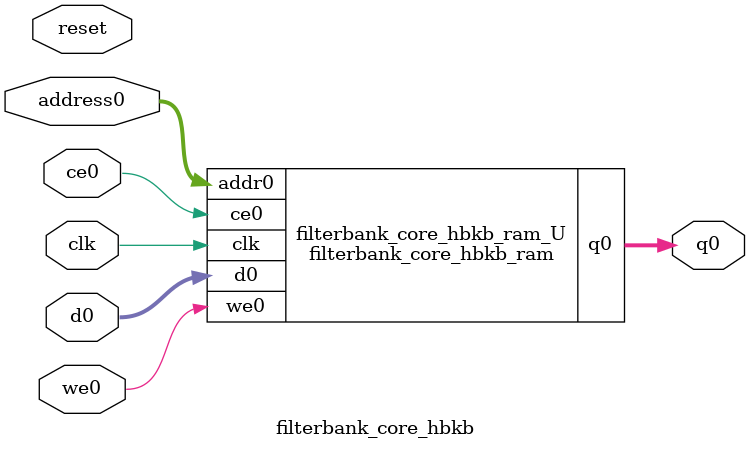
<source format=v>

`timescale 1 ns / 1 ps
module filterbank_core_hbkb_ram (addr0, ce0, d0, we0, q0,  clk);

parameter DWIDTH = 32;
parameter AWIDTH = 8;
parameter MEM_SIZE = 256;

input[AWIDTH-1:0] addr0;
input ce0;
input[DWIDTH-1:0] d0;
input we0;
output reg[DWIDTH-1:0] q0;
input clk;

(* ram_style = "block" *)reg [DWIDTH-1:0] ram[0:MEM_SIZE-1];




always @(posedge clk)  
begin 
    if (ce0) 
    begin
        if (we0) 
        begin 
            ram[addr0] <= d0; 
            q0 <= d0;
        end 
        else 
            q0 <= ram[addr0];
    end
end


endmodule


`timescale 1 ns / 1 ps
module filterbank_core_hbkb(
    reset,
    clk,
    address0,
    ce0,
    we0,
    d0,
    q0);

parameter DataWidth = 32'd32;
parameter AddressRange = 32'd256;
parameter AddressWidth = 32'd8;
input reset;
input clk;
input[AddressWidth - 1:0] address0;
input ce0;
input we0;
input[DataWidth - 1:0] d0;
output[DataWidth - 1:0] q0;



filterbank_core_hbkb_ram filterbank_core_hbkb_ram_U(
    .clk( clk ),
    .addr0( address0 ),
    .ce0( ce0 ),
    .d0( d0 ),
    .we0( we0 ),
    .q0( q0 ));

endmodule


</source>
